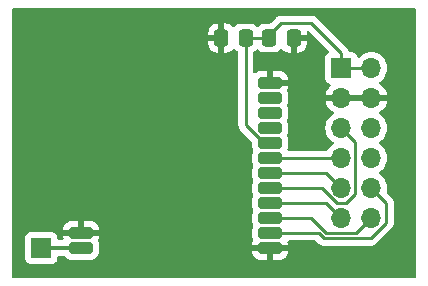
<source format=gbr>
%TF.GenerationSoftware,KiCad,Pcbnew,7.0.1*%
%TF.CreationDate,2023-03-26T17:18:11+02:00*%
%TF.ProjectId,AS4432_ANT_PMOD,41533434-3332-45f4-914e-545f504d4f44,rev?*%
%TF.SameCoordinates,Original*%
%TF.FileFunction,Copper,L1,Top*%
%TF.FilePolarity,Positive*%
%FSLAX46Y46*%
G04 Gerber Fmt 4.6, Leading zero omitted, Abs format (unit mm)*
G04 Created by KiCad (PCBNEW 7.0.1) date 2023-03-26 17:18:11*
%MOMM*%
%LPD*%
G01*
G04 APERTURE LIST*
G04 Aperture macros list*
%AMRoundRect*
0 Rectangle with rounded corners*
0 $1 Rounding radius*
0 $2 $3 $4 $5 $6 $7 $8 $9 X,Y pos of 4 corners*
0 Add a 4 corners polygon primitive as box body*
4,1,4,$2,$3,$4,$5,$6,$7,$8,$9,$2,$3,0*
0 Add four circle primitives for the rounded corners*
1,1,$1+$1,$2,$3*
1,1,$1+$1,$4,$5*
1,1,$1+$1,$6,$7*
1,1,$1+$1,$8,$9*
0 Add four rect primitives between the rounded corners*
20,1,$1+$1,$2,$3,$4,$5,0*
20,1,$1+$1,$4,$5,$6,$7,0*
20,1,$1+$1,$6,$7,$8,$9,0*
20,1,$1+$1,$8,$9,$2,$3,0*%
G04 Aperture macros list end*
%TA.AperFunction,ComponentPad*%
%ADD10R,1.700000X1.700000*%
%TD*%
%TA.AperFunction,ComponentPad*%
%ADD11O,1.700000X1.700000*%
%TD*%
%TA.AperFunction,SMDPad,CuDef*%
%ADD12RoundRect,0.250000X0.750000X0.250000X-0.750000X0.250000X-0.750000X-0.250000X0.750000X-0.250000X0*%
%TD*%
%TA.AperFunction,SMDPad,CuDef*%
%ADD13RoundRect,0.250000X0.337500X0.475000X-0.337500X0.475000X-0.337500X-0.475000X0.337500X-0.475000X0*%
%TD*%
%TA.AperFunction,SMDPad,CuDef*%
%ADD14RoundRect,0.250000X-0.337500X-0.475000X0.337500X-0.475000X0.337500X0.475000X-0.337500X0.475000X0*%
%TD*%
%TA.AperFunction,Conductor*%
%ADD15C,0.250000*%
%TD*%
%TA.AperFunction,Conductor*%
%ADD16C,0.350000*%
%TD*%
G04 APERTURE END LIST*
D10*
%TO.P,J1,1,Pin_1*%
%TO.N,VCC*%
X149860000Y-43180000D03*
D11*
%TO.P,J1,2,Pin_2*%
X152400000Y-43180000D03*
%TO.P,J1,3,Pin_3*%
%TO.N,GND*%
X149860000Y-45720000D03*
%TO.P,J1,4,Pin_4*%
X152400000Y-45720000D03*
%TO.P,J1,5,Pin_5*%
%TO.N,SCK*%
X149860000Y-48260000D03*
%TO.P,J1,6,Pin_6*%
%TO.N,unconnected-(J1-Pin_6-Pad6)*%
X152400000Y-48260000D03*
%TO.P,J1,7,Pin_7*%
%TO.N,MISO*%
X149860000Y-50800000D03*
%TO.P,J1,8,Pin_8*%
%TO.N,unconnected-(J1-Pin_8-Pad8)*%
X152400000Y-50800000D03*
%TO.P,J1,9,Pin_9*%
%TO.N,MOSI*%
X149860000Y-53340000D03*
%TO.P,J1,10,Pin_10*%
%TO.N,nRESET*%
X152400000Y-53340000D03*
%TO.P,J1,11,Pin_11*%
%TO.N,nCS*%
X149860000Y-55880000D03*
%TO.P,J1,12,Pin_12*%
%TO.N,IRQ*%
X152400000Y-55880000D03*
%TD*%
D12*
%TO.P,U1,1,GND*%
%TO.N,GND*%
X143826500Y-44450000D03*
%TO.P,U1,2,DIO0*%
%TO.N,unconnected-(U1-DIO0-Pad2)*%
X143826500Y-45720000D03*
%TO.P,U1,3,DIO1*%
%TO.N,unconnected-(U1-DIO1-Pad3)*%
X143826500Y-46990000D03*
%TO.P,U1,4,DIO2*%
%TO.N,unconnected-(U1-DIO2-Pad4)*%
X143826500Y-48260000D03*
%TO.P,U1,5,3.3V*%
%TO.N,VCC*%
X143826500Y-49530000D03*
%TO.P,U1,6,MISO*%
%TO.N,MISO*%
X143826500Y-50800000D03*
%TO.P,U1,7,MOSI*%
%TO.N,MOSI*%
X143826500Y-52070000D03*
%TO.P,U1,8,SCK*%
%TO.N,SCK*%
X143826500Y-53340000D03*
%TO.P,U1,9,NSS*%
%TO.N,nCS*%
X143826500Y-54610000D03*
%TO.P,U1,10,IRQ*%
%TO.N,IRQ*%
X143826500Y-55880000D03*
%TO.P,U1,11,SDN*%
%TO.N,nRESET*%
X143826500Y-57150000D03*
%TO.P,U1,12,GND*%
%TO.N,GND*%
X143826500Y-58420000D03*
%TO.P,U1,13,ANT*%
%TO.N,Net-(J2-Pin_1)*%
X127826500Y-58420000D03*
%TO.P,U1,14,GND*%
%TO.N,GND*%
X127826500Y-57150000D03*
%TD*%
D13*
%TO.P,C1,1*%
%TO.N,VCC*%
X141775000Y-40640000D03*
%TO.P,C1,2*%
%TO.N,GND*%
X139700000Y-40640000D03*
%TD*%
D14*
%TO.P,C2,1*%
%TO.N,VCC*%
X143742500Y-40640000D03*
%TO.P,C2,2*%
%TO.N,GND*%
X145817500Y-40640000D03*
%TD*%
D10*
%TO.P,J2,1,Pin_1*%
%TO.N,Net-(J2-Pin_1)*%
X124460000Y-58420000D03*
%TD*%
D15*
%TO.N,nRESET*%
X143826500Y-57150000D02*
X147953604Y-57150000D01*
X152341701Y-57600000D02*
X153230850Y-56710850D01*
X152791701Y-57150000D02*
X153670000Y-56271701D01*
X153670000Y-54610000D02*
X152400000Y-53340000D01*
X153670000Y-56271701D02*
X153670000Y-54610000D01*
X147953604Y-57150000D02*
X148403604Y-57600000D01*
X148403604Y-57600000D02*
X152341701Y-57600000D01*
%TO.N,nCS*%
X148590000Y-54610000D02*
X143826500Y-54610000D01*
X149860000Y-55880000D02*
X148590000Y-54610000D01*
%TO.N,SCK*%
X149468299Y-54610000D02*
X150251701Y-54610000D01*
X150251701Y-54610000D02*
X151035000Y-53826701D01*
X151035000Y-53826701D02*
X151035000Y-49435000D01*
X143826500Y-53340000D02*
X148198299Y-53340000D01*
X151035000Y-49435000D02*
X149860000Y-48260000D01*
X148198299Y-53340000D02*
X149468299Y-54610000D01*
%TO.N,MOSI*%
X143826500Y-52070000D02*
X148590000Y-52070000D01*
X148590000Y-52070000D02*
X149860000Y-53340000D01*
%TO.N,MISO*%
X143826500Y-50800000D02*
X149860000Y-50800000D01*
%TO.N,VCC*%
X143283327Y-49530000D02*
X141775000Y-48021673D01*
X143742500Y-40407500D02*
X144780000Y-39370000D01*
X141775000Y-40640000D02*
X143742500Y-40640000D01*
X141775000Y-48021673D02*
X141775000Y-40640000D01*
X147320000Y-39370000D02*
X149860000Y-41910000D01*
X149860000Y-43180000D02*
X152400000Y-43180000D01*
X144780000Y-39370000D02*
X147320000Y-39370000D01*
X143742500Y-40640000D02*
X143742500Y-40407500D01*
X143826500Y-49530000D02*
X143283327Y-49530000D01*
X149860000Y-41910000D02*
X149860000Y-43180000D01*
D16*
%TO.N,Net-(J2-Pin_1)*%
X127826500Y-58420000D02*
X124460000Y-58420000D01*
D15*
%TO.N,IRQ*%
X147320000Y-55880000D02*
X143826500Y-55880000D01*
X152400000Y-55880000D02*
X151130000Y-57150000D01*
X148590000Y-57150000D02*
X147320000Y-55880000D01*
X151130000Y-57150000D02*
X148590000Y-57150000D01*
%TD*%
%TA.AperFunction,Conductor*%
%TO.N,GND*%
G36*
X156121500Y-38142381D02*
G01*
X156167619Y-38188500D01*
X156184500Y-38251500D01*
X156184500Y-60808500D01*
X156167619Y-60871500D01*
X156121500Y-60917619D01*
X156058500Y-60934500D01*
X122071500Y-60934500D01*
X122008500Y-60917619D01*
X121962381Y-60871500D01*
X121945500Y-60808500D01*
X121945500Y-59317874D01*
X123109500Y-59317874D01*
X123115908Y-59377481D01*
X123166204Y-59512331D01*
X123252453Y-59627546D01*
X123338703Y-59692112D01*
X123367669Y-59713796D01*
X123502517Y-59764091D01*
X123562127Y-59770500D01*
X125357872Y-59770499D01*
X125357874Y-59770499D01*
X125387677Y-59767295D01*
X125417483Y-59764091D01*
X125552331Y-59713796D01*
X125667546Y-59627546D01*
X125753796Y-59512331D01*
X125804091Y-59377483D01*
X125810500Y-59317873D01*
X125810500Y-59221500D01*
X125827381Y-59158500D01*
X125873500Y-59112381D01*
X125936500Y-59095500D01*
X126388441Y-59095500D01*
X126436659Y-59105091D01*
X126477536Y-59132404D01*
X126483787Y-59138655D01*
X126483788Y-59138656D01*
X126607844Y-59262712D01*
X126757166Y-59354814D01*
X126757168Y-59354815D01*
X126923698Y-59409998D01*
X126923700Y-59409998D01*
X126923703Y-59409999D01*
X127026491Y-59420500D01*
X128626508Y-59420499D01*
X128729297Y-59409999D01*
X128895834Y-59354814D01*
X129045156Y-59262712D01*
X129169212Y-59138656D01*
X129261314Y-58989334D01*
X129316499Y-58822797D01*
X129327000Y-58720009D01*
X129327000Y-58674000D01*
X142318500Y-58674000D01*
X142318500Y-58720503D01*
X142329106Y-58824328D01*
X142384840Y-58992522D01*
X142477867Y-59143342D01*
X142603157Y-59268632D01*
X142753977Y-59361659D01*
X142922171Y-59417393D01*
X143025997Y-59428000D01*
X143572500Y-59428000D01*
X143572500Y-58674000D01*
X144080500Y-58674000D01*
X144080500Y-59428000D01*
X144627003Y-59428000D01*
X144730828Y-59417393D01*
X144899022Y-59361659D01*
X145049842Y-59268632D01*
X145175132Y-59143342D01*
X145268159Y-58992522D01*
X145323893Y-58824328D01*
X145334500Y-58720503D01*
X145334500Y-58674000D01*
X144080500Y-58674000D01*
X143572500Y-58674000D01*
X142318500Y-58674000D01*
X129327000Y-58674000D01*
X129326999Y-58119992D01*
X129316499Y-58017203D01*
X129315991Y-58015671D01*
X129256682Y-57836687D01*
X129259613Y-57835715D01*
X129247257Y-57792141D01*
X129266017Y-57725994D01*
X129268159Y-57722520D01*
X129323893Y-57554328D01*
X129334500Y-57450503D01*
X129334500Y-57404000D01*
X126318500Y-57404000D01*
X126318500Y-57450503D01*
X126329106Y-57554325D01*
X126337239Y-57578868D01*
X126342167Y-57637668D01*
X126319785Y-57692264D01*
X126275000Y-57730684D01*
X126217634Y-57744500D01*
X125936499Y-57744500D01*
X125873499Y-57727619D01*
X125827380Y-57681500D01*
X125810499Y-57618500D01*
X125810499Y-57522125D01*
X125804091Y-57462518D01*
X125788047Y-57419501D01*
X125753796Y-57327669D01*
X125732112Y-57298702D01*
X125667546Y-57212453D01*
X125552331Y-57126204D01*
X125417483Y-57075909D01*
X125357872Y-57069500D01*
X123562125Y-57069500D01*
X123502518Y-57075908D01*
X123367668Y-57126204D01*
X123252453Y-57212453D01*
X123166204Y-57327668D01*
X123115909Y-57462517D01*
X123109500Y-57522127D01*
X123109500Y-59317874D01*
X121945500Y-59317874D01*
X121945500Y-56896000D01*
X126318500Y-56896000D01*
X127572500Y-56896000D01*
X127572500Y-56142000D01*
X128080500Y-56142000D01*
X128080500Y-56896000D01*
X129334500Y-56896000D01*
X129334500Y-56849497D01*
X129323893Y-56745671D01*
X129268159Y-56577477D01*
X129175132Y-56426657D01*
X129049842Y-56301367D01*
X128899022Y-56208340D01*
X128730828Y-56152606D01*
X128627003Y-56142000D01*
X128080500Y-56142000D01*
X127572500Y-56142000D01*
X127025997Y-56142000D01*
X126922171Y-56152606D01*
X126753977Y-56208340D01*
X126603157Y-56301367D01*
X126477867Y-56426657D01*
X126384840Y-56577477D01*
X126329106Y-56745671D01*
X126318500Y-56849497D01*
X126318500Y-56896000D01*
X121945500Y-56896000D01*
X121945500Y-40894000D01*
X138604500Y-40894000D01*
X138604500Y-41165503D01*
X138615106Y-41269328D01*
X138670840Y-41437522D01*
X138763867Y-41588342D01*
X138889157Y-41713632D01*
X139039977Y-41806659D01*
X139208171Y-41862393D01*
X139311997Y-41873000D01*
X139446000Y-41873000D01*
X139954000Y-41873000D01*
X140088003Y-41873000D01*
X140191828Y-41862393D01*
X140360022Y-41806659D01*
X140510842Y-41713632D01*
X140646549Y-41577926D01*
X140647274Y-41578651D01*
X140680498Y-41546845D01*
X140741907Y-41530868D01*
X140803315Y-41546846D01*
X140832668Y-41574947D01*
X140834374Y-41573242D01*
X140844788Y-41583655D01*
X140844788Y-41583656D01*
X140968844Y-41707712D01*
X141089648Y-41782224D01*
X141133524Y-41828058D01*
X141149500Y-41889464D01*
X141149500Y-47938708D01*
X141147230Y-47959265D01*
X141149438Y-48029514D01*
X141149500Y-48033472D01*
X141149500Y-48061021D01*
X141149991Y-48064910D01*
X141150921Y-48076733D01*
X141152290Y-48120299D01*
X141157835Y-48139384D01*
X141161843Y-48158741D01*
X141164334Y-48178463D01*
X141180377Y-48218982D01*
X141184221Y-48230209D01*
X141196382Y-48272064D01*
X141206499Y-48289172D01*
X141215194Y-48306919D01*
X141222514Y-48325405D01*
X141248129Y-48360662D01*
X141254645Y-48370581D01*
X141276831Y-48408095D01*
X141290879Y-48422143D01*
X141303719Y-48437176D01*
X141315403Y-48453258D01*
X141348981Y-48481035D01*
X141357763Y-48489026D01*
X142289096Y-49420360D01*
X142316409Y-49461237D01*
X142326000Y-49509455D01*
X142326000Y-49830004D01*
X142336501Y-49932800D01*
X142396318Y-50113313D01*
X142395561Y-50113563D01*
X142410148Y-50164996D01*
X142395562Y-50216437D01*
X142396318Y-50216688D01*
X142336501Y-50397203D01*
X142326000Y-50499995D01*
X142326000Y-51100004D01*
X142336501Y-51202800D01*
X142396318Y-51383313D01*
X142395561Y-51383563D01*
X142410148Y-51434996D01*
X142395562Y-51486437D01*
X142396318Y-51486688D01*
X142336501Y-51667203D01*
X142326000Y-51769995D01*
X142326000Y-52370004D01*
X142336501Y-52472800D01*
X142396318Y-52653313D01*
X142395561Y-52653563D01*
X142410148Y-52704994D01*
X142395562Y-52756436D01*
X142396318Y-52756687D01*
X142336501Y-52937198D01*
X142326000Y-53039995D01*
X142326000Y-53640004D01*
X142336501Y-53742800D01*
X142396318Y-53923313D01*
X142395562Y-53923563D01*
X142410148Y-53975000D01*
X142395562Y-54026436D01*
X142396318Y-54026687D01*
X142336501Y-54207198D01*
X142334828Y-54223579D01*
X142326381Y-54306268D01*
X142326000Y-54309995D01*
X142326000Y-54910004D01*
X142336501Y-55012800D01*
X142396318Y-55193313D01*
X142395561Y-55193563D01*
X142410148Y-55244996D01*
X142395562Y-55296437D01*
X142396318Y-55296688D01*
X142391686Y-55310665D01*
X142391686Y-55310666D01*
X142359444Y-55407967D01*
X142336501Y-55477203D01*
X142326000Y-55579995D01*
X142326000Y-56180004D01*
X142336501Y-56282800D01*
X142396318Y-56463313D01*
X142395561Y-56463563D01*
X142410148Y-56514996D01*
X142395562Y-56566437D01*
X142396318Y-56566688D01*
X142391686Y-56580665D01*
X142391686Y-56580666D01*
X142336501Y-56747203D01*
X142326051Y-56849497D01*
X142326000Y-56849995D01*
X142326000Y-57450004D01*
X142336501Y-57552800D01*
X142396318Y-57733313D01*
X142393387Y-57734284D01*
X142405742Y-57777856D01*
X142386988Y-57843994D01*
X142384843Y-57847472D01*
X142329106Y-58015671D01*
X142318500Y-58119497D01*
X142318500Y-58166000D01*
X145334500Y-58166000D01*
X145334500Y-58119497D01*
X145323893Y-58015672D01*
X145299193Y-57941133D01*
X145294263Y-57882333D01*
X145316646Y-57827736D01*
X145361431Y-57789317D01*
X145418797Y-57775500D01*
X147642324Y-57775500D01*
X147690542Y-57785091D01*
X147731419Y-57812405D01*
X147902640Y-57983626D01*
X147915575Y-57999772D01*
X147966810Y-58047884D01*
X147969621Y-58050608D01*
X147989132Y-58070119D01*
X147989133Y-58070120D01*
X147992232Y-58072524D01*
X148001254Y-58080230D01*
X148033022Y-58110062D01*
X148050437Y-58119636D01*
X148066964Y-58130492D01*
X148082668Y-58142673D01*
X148122661Y-58159979D01*
X148133312Y-58165196D01*
X148171512Y-58186197D01*
X148190776Y-58191143D01*
X148209457Y-58197539D01*
X148227708Y-58205437D01*
X148270759Y-58212255D01*
X148282351Y-58214655D01*
X148324585Y-58225500D01*
X148344460Y-58225500D01*
X148364170Y-58227050D01*
X148383800Y-58230160D01*
X148427183Y-58226058D01*
X148439041Y-58225500D01*
X152258737Y-58225500D01*
X152279294Y-58227769D01*
X152282366Y-58227672D01*
X152282369Y-58227673D01*
X152349543Y-58225561D01*
X152353501Y-58225500D01*
X152381047Y-58225500D01*
X152381051Y-58225500D01*
X152384942Y-58225008D01*
X152396769Y-58224077D01*
X152440329Y-58222709D01*
X152459423Y-58217161D01*
X152478771Y-58213154D01*
X152498493Y-58210664D01*
X152539022Y-58194616D01*
X152550238Y-58190776D01*
X152592091Y-58178618D01*
X152609202Y-58168497D01*
X152626947Y-58159803D01*
X152645433Y-58152486D01*
X152680700Y-58126862D01*
X152690601Y-58120358D01*
X152728122Y-58098170D01*
X152742181Y-58084110D01*
X152757210Y-58071274D01*
X152773288Y-58059594D01*
X152801077Y-58026001D01*
X152809035Y-58017255D01*
X153640761Y-57185530D01*
X154053636Y-56772654D01*
X154069768Y-56759732D01*
X154071874Y-56757488D01*
X154071877Y-56757487D01*
X154117903Y-56708473D01*
X154120593Y-56705697D01*
X154140120Y-56686172D01*
X154142532Y-56683061D01*
X154150219Y-56674061D01*
X154180062Y-56642283D01*
X154189638Y-56624861D01*
X154200496Y-56608334D01*
X154212673Y-56592637D01*
X154229979Y-56552641D01*
X154235195Y-56541993D01*
X154256197Y-56503793D01*
X154261139Y-56484542D01*
X154267545Y-56465834D01*
X154275437Y-56447597D01*
X154278753Y-56426657D01*
X154282255Y-56404544D01*
X154284653Y-56392961D01*
X154295500Y-56350720D01*
X154295500Y-56330845D01*
X154297051Y-56311134D01*
X154300160Y-56291505D01*
X154296058Y-56248121D01*
X154295500Y-56236264D01*
X154295500Y-54692961D01*
X154297768Y-54672408D01*
X154297671Y-54669334D01*
X154297672Y-54669332D01*
X154295562Y-54602176D01*
X154295500Y-54598219D01*
X154295500Y-54570651D01*
X154295010Y-54566774D01*
X154294077Y-54554930D01*
X154292709Y-54511373D01*
X154287162Y-54492283D01*
X154283154Y-54472928D01*
X154280664Y-54453208D01*
X154264614Y-54412671D01*
X154260780Y-54401473D01*
X154248618Y-54359610D01*
X154246790Y-54356520D01*
X154238501Y-54342504D01*
X154229800Y-54324743D01*
X154224948Y-54312487D01*
X154222486Y-54306268D01*
X154196871Y-54271012D01*
X154190353Y-54261089D01*
X154168171Y-54223580D01*
X154168170Y-54223579D01*
X154154111Y-54209520D01*
X154141275Y-54194491D01*
X154129593Y-54178412D01*
X154096014Y-54150633D01*
X154087235Y-54142644D01*
X153741054Y-53796463D01*
X153708442Y-53739979D01*
X153708442Y-53674760D01*
X153735063Y-53575408D01*
X153755659Y-53340000D01*
X153735063Y-53104592D01*
X153673903Y-52876337D01*
X153574035Y-52662171D01*
X153438495Y-52468599D01*
X153438494Y-52468598D01*
X153438492Y-52468595D01*
X153271404Y-52301507D01*
X153088181Y-52173213D01*
X153048689Y-52128180D01*
X153034452Y-52070000D01*
X153048689Y-52011820D01*
X153088181Y-51966787D01*
X153139500Y-51930853D01*
X153271401Y-51838495D01*
X153438495Y-51671401D01*
X153574035Y-51477830D01*
X153673903Y-51263663D01*
X153735063Y-51035408D01*
X153755659Y-50800000D01*
X153735063Y-50564592D01*
X153673903Y-50336337D01*
X153574035Y-50122171D01*
X153438495Y-49928599D01*
X153438494Y-49928598D01*
X153438492Y-49928595D01*
X153271404Y-49761507D01*
X153088181Y-49633213D01*
X153048689Y-49588180D01*
X153034452Y-49530000D01*
X153048689Y-49471820D01*
X153088181Y-49426787D01*
X153271401Y-49298495D01*
X153438495Y-49131401D01*
X153574035Y-48937830D01*
X153673903Y-48723663D01*
X153735063Y-48495408D01*
X153755659Y-48260000D01*
X153735063Y-48024592D01*
X153673903Y-47796337D01*
X153574035Y-47582171D01*
X153438495Y-47388599D01*
X153438494Y-47388598D01*
X153438492Y-47388595D01*
X153271404Y-47221507D01*
X153092882Y-47096504D01*
X153051765Y-47048239D01*
X153039361Y-46986060D01*
X153058809Y-46925712D01*
X153105185Y-46882477D01*
X153145298Y-46860769D01*
X153322903Y-46722533D01*
X153475321Y-46556962D01*
X153598419Y-46368548D01*
X153688822Y-46162451D01*
X153736544Y-45974000D01*
X148523455Y-45974000D01*
X148571177Y-46162451D01*
X148661580Y-46368548D01*
X148784678Y-46556962D01*
X148937096Y-46722533D01*
X149114701Y-46860769D01*
X149154815Y-46882477D01*
X149201191Y-46925712D01*
X149220639Y-46986060D01*
X149208235Y-47048239D01*
X149167118Y-47096504D01*
X148988595Y-47221507D01*
X148821507Y-47388595D01*
X148685965Y-47582170D01*
X148586096Y-47796337D01*
X148524937Y-48024590D01*
X148507930Y-48218982D01*
X148504341Y-48260000D01*
X148506893Y-48289172D01*
X148524937Y-48495409D01*
X148586096Y-48723663D01*
X148685965Y-48937830D01*
X148821507Y-49131404D01*
X148988595Y-49298492D01*
X148988598Y-49298494D01*
X148988599Y-49298495D01*
X149171819Y-49426787D01*
X149211311Y-49471820D01*
X149225548Y-49530000D01*
X149211311Y-49588180D01*
X149171819Y-49633213D01*
X148988595Y-49761507D01*
X148821507Y-49928595D01*
X148686945Y-50120771D01*
X148641912Y-50160263D01*
X148583732Y-50174500D01*
X145410896Y-50174500D01*
X145353530Y-50160683D01*
X145308745Y-50122264D01*
X145286362Y-50067667D01*
X145291292Y-50008867D01*
X145316498Y-49932800D01*
X145316497Y-49932800D01*
X145316499Y-49932797D01*
X145327000Y-49830009D01*
X145326999Y-49229992D01*
X145316499Y-49127203D01*
X145261314Y-48960666D01*
X145256682Y-48946687D01*
X145257438Y-48946436D01*
X145242851Y-48894998D01*
X145257439Y-48843564D01*
X145256682Y-48843314D01*
X145316498Y-48662801D01*
X145316498Y-48662799D01*
X145316499Y-48662797D01*
X145327000Y-48560009D01*
X145326999Y-47959992D01*
X145316499Y-47857203D01*
X145293556Y-47787967D01*
X145256682Y-47676687D01*
X145257438Y-47676436D01*
X145242851Y-47624994D01*
X145257438Y-47573563D01*
X145256682Y-47573313D01*
X145316498Y-47392801D01*
X145316498Y-47392799D01*
X145316499Y-47392797D01*
X145327000Y-47290009D01*
X145326999Y-46689992D01*
X145316499Y-46587203D01*
X145306477Y-46556960D01*
X145256682Y-46406687D01*
X145257438Y-46406436D01*
X145242851Y-46355000D01*
X145257438Y-46303563D01*
X145256682Y-46303313D01*
X145316498Y-46122801D01*
X145316498Y-46122799D01*
X145316499Y-46122797D01*
X145327000Y-46020009D01*
X145326999Y-45419992D01*
X145316499Y-45317203D01*
X145261314Y-45150666D01*
X145256682Y-45136687D01*
X145259613Y-45135715D01*
X145247257Y-45092141D01*
X145266017Y-45025994D01*
X145268159Y-45022520D01*
X145323893Y-44854328D01*
X145334500Y-44750503D01*
X145334500Y-44704000D01*
X143698500Y-44704000D01*
X143635500Y-44687119D01*
X143589381Y-44641000D01*
X143572500Y-44578000D01*
X143572500Y-43442000D01*
X144080500Y-43442000D01*
X144080500Y-44196000D01*
X145334500Y-44196000D01*
X145334500Y-44149497D01*
X145323893Y-44045671D01*
X145268159Y-43877477D01*
X145175132Y-43726657D01*
X145049842Y-43601367D01*
X144899022Y-43508340D01*
X144730828Y-43452606D01*
X144627003Y-43442000D01*
X144080500Y-43442000D01*
X143572500Y-43442000D01*
X143025997Y-43442000D01*
X142922171Y-43452606D01*
X142753975Y-43508341D01*
X142592646Y-43607850D01*
X142529248Y-43626579D01*
X142465093Y-43610633D01*
X142417842Y-43564401D01*
X142400500Y-43500609D01*
X142400500Y-41889464D01*
X142416476Y-41828058D01*
X142460351Y-41782224D01*
X142581156Y-41707712D01*
X142669655Y-41619213D01*
X142726139Y-41586601D01*
X142791361Y-41586601D01*
X142847845Y-41619213D01*
X142936344Y-41707712D01*
X143072445Y-41791659D01*
X143085668Y-41799815D01*
X143252198Y-41854998D01*
X143252200Y-41854998D01*
X143252203Y-41854999D01*
X143354991Y-41865500D01*
X144130008Y-41865499D01*
X144232797Y-41854999D01*
X144399334Y-41799814D01*
X144548656Y-41707712D01*
X144672712Y-41583656D01*
X144672712Y-41583655D01*
X144683126Y-41573242D01*
X144684832Y-41574948D01*
X144714171Y-41546853D01*
X144775579Y-41530868D01*
X144836991Y-41546840D01*
X144870225Y-41578651D01*
X144870951Y-41577926D01*
X145006657Y-41713632D01*
X145157477Y-41806659D01*
X145325671Y-41862393D01*
X145429497Y-41873000D01*
X145563500Y-41873000D01*
X145563500Y-40894000D01*
X146071500Y-40894000D01*
X146071500Y-41873000D01*
X146205503Y-41873000D01*
X146309328Y-41862393D01*
X146477522Y-41806659D01*
X146628342Y-41713632D01*
X146753632Y-41588342D01*
X146846659Y-41437522D01*
X146902393Y-41269328D01*
X146913000Y-41165503D01*
X146913000Y-40894000D01*
X146071500Y-40894000D01*
X145563500Y-40894000D01*
X145563500Y-40512000D01*
X145580381Y-40449000D01*
X145626500Y-40402881D01*
X145689500Y-40386000D01*
X146913000Y-40386000D01*
X146913000Y-40151780D01*
X146926733Y-40094577D01*
X146964939Y-40049844D01*
X147019289Y-40027331D01*
X147077936Y-40031947D01*
X147128095Y-40062685D01*
X148770042Y-41704633D01*
X148804067Y-41766944D01*
X148799003Y-41837760D01*
X148756457Y-41894595D01*
X148652454Y-41972452D01*
X148566204Y-42087668D01*
X148515909Y-42222517D01*
X148509500Y-42282127D01*
X148509500Y-44077874D01*
X148515908Y-44137481D01*
X148566204Y-44272331D01*
X148652453Y-44387546D01*
X148738702Y-44452112D01*
X148767669Y-44473796D01*
X148885164Y-44517618D01*
X148935497Y-44552181D01*
X148963671Y-44606351D01*
X148963070Y-44667407D01*
X148933833Y-44721011D01*
X148784676Y-44883040D01*
X148661580Y-45071451D01*
X148571177Y-45277548D01*
X148523455Y-45465999D01*
X148523456Y-45466000D01*
X153736544Y-45466000D01*
X153736544Y-45465999D01*
X153688822Y-45277548D01*
X153598419Y-45071451D01*
X153475321Y-44883037D01*
X153322903Y-44717466D01*
X153145302Y-44579233D01*
X153105183Y-44557522D01*
X153058808Y-44514285D01*
X153039361Y-44453938D01*
X153051766Y-44391759D01*
X153092881Y-44343496D01*
X153271401Y-44218495D01*
X153438495Y-44051401D01*
X153574035Y-43857830D01*
X153673903Y-43643663D01*
X153735063Y-43415408D01*
X153755659Y-43180000D01*
X153735063Y-42944592D01*
X153673903Y-42716337D01*
X153574035Y-42502171D01*
X153438495Y-42308599D01*
X153438494Y-42308598D01*
X153438492Y-42308595D01*
X153271404Y-42141507D01*
X153077830Y-42005965D01*
X152863663Y-41906096D01*
X152635409Y-41844937D01*
X152458966Y-41829500D01*
X152400000Y-41824341D01*
X152399999Y-41824341D01*
X152164590Y-41844937D01*
X151936337Y-41906096D01*
X151722170Y-42005965D01*
X151528598Y-42141505D01*
X151408873Y-42261230D01*
X151355276Y-42293030D01*
X151292994Y-42295254D01*
X151237265Y-42267358D01*
X151201722Y-42216166D01*
X151173876Y-42141507D01*
X151153796Y-42087669D01*
X151132112Y-42058703D01*
X151067546Y-41972453D01*
X150952331Y-41886204D01*
X150916929Y-41873000D01*
X150817483Y-41835909D01*
X150757873Y-41829500D01*
X150757872Y-41829500D01*
X150586500Y-41829500D01*
X150537674Y-41819655D01*
X150496477Y-41791659D01*
X150469349Y-41749886D01*
X150462320Y-41732135D01*
X150454617Y-41712678D01*
X150450773Y-41701451D01*
X150438617Y-41659611D01*
X150438617Y-41659610D01*
X150428498Y-41642499D01*
X150419804Y-41624753D01*
X150412486Y-41606268D01*
X150412485Y-41606265D01*
X150386873Y-41571014D01*
X150380356Y-41561092D01*
X150358172Y-41523582D01*
X150358171Y-41523581D01*
X150358170Y-41523579D01*
X150344111Y-41509520D01*
X150331275Y-41494491D01*
X150319593Y-41478412D01*
X150286014Y-41450633D01*
X150277235Y-41442644D01*
X147820960Y-38986369D01*
X147808029Y-38970229D01*
X147756775Y-38922097D01*
X147753934Y-38919343D01*
X147734471Y-38899880D01*
X147731371Y-38897475D01*
X147722353Y-38889773D01*
X147718217Y-38885889D01*
X147690582Y-38859938D01*
X147687788Y-38858402D01*
X147673157Y-38850358D01*
X147656633Y-38839503D01*
X147640934Y-38827325D01*
X147600931Y-38810014D01*
X147590285Y-38804799D01*
X147552092Y-38783803D01*
X147552089Y-38783802D01*
X147532846Y-38778861D01*
X147514144Y-38772458D01*
X147495896Y-38764561D01*
X147452855Y-38757744D01*
X147441236Y-38755338D01*
X147399021Y-38744500D01*
X147399019Y-38744500D01*
X147379144Y-38744500D01*
X147359435Y-38742949D01*
X147339804Y-38739840D01*
X147339803Y-38739840D01*
X147296421Y-38743941D01*
X147284563Y-38744500D01*
X144862965Y-38744500D01*
X144842406Y-38742230D01*
X144772145Y-38744438D01*
X144768188Y-38744500D01*
X144740647Y-38744500D01*
X144736756Y-38744991D01*
X144724942Y-38745920D01*
X144681372Y-38747289D01*
X144662277Y-38752837D01*
X144642922Y-38756845D01*
X144623210Y-38759335D01*
X144613083Y-38763344D01*
X144582676Y-38775382D01*
X144571461Y-38779222D01*
X144529609Y-38791381D01*
X144512495Y-38801502D01*
X144494753Y-38810194D01*
X144476267Y-38817514D01*
X144441014Y-38843126D01*
X144431099Y-38849639D01*
X144393580Y-38871829D01*
X144379519Y-38885889D01*
X144364494Y-38898721D01*
X144348412Y-38910405D01*
X144320630Y-38943988D01*
X144312642Y-38952766D01*
X143887813Y-39377595D01*
X143846936Y-39404909D01*
X143798718Y-39414500D01*
X143354995Y-39414500D01*
X143252199Y-39425001D01*
X143085668Y-39480184D01*
X142986118Y-39541587D01*
X142936344Y-39572288D01*
X142936343Y-39572289D01*
X142847845Y-39660787D01*
X142791361Y-39693398D01*
X142726139Y-39693398D01*
X142669655Y-39660787D01*
X142581156Y-39572288D01*
X142431834Y-39480186D01*
X142431831Y-39480184D01*
X142265301Y-39425001D01*
X142219613Y-39420333D01*
X142162509Y-39414500D01*
X142162504Y-39414500D01*
X141387495Y-39414500D01*
X141284699Y-39425001D01*
X141118168Y-39480184D01*
X140968841Y-39572290D01*
X140834374Y-39706758D01*
X140832668Y-39705052D01*
X140803309Y-39733157D01*
X140741904Y-39749131D01*
X140680500Y-39733155D01*
X140647274Y-39701348D01*
X140646549Y-39702074D01*
X140510842Y-39566367D01*
X140360022Y-39473340D01*
X140191828Y-39417606D01*
X140088003Y-39407000D01*
X139954000Y-39407000D01*
X139954000Y-41873000D01*
X139446000Y-41873000D01*
X139446000Y-40894000D01*
X138604500Y-40894000D01*
X121945500Y-40894000D01*
X121945500Y-40386000D01*
X138604500Y-40386000D01*
X139446000Y-40386000D01*
X139446000Y-39407000D01*
X139311997Y-39407000D01*
X139208171Y-39417606D01*
X139039977Y-39473340D01*
X138889157Y-39566367D01*
X138763867Y-39691657D01*
X138670840Y-39842477D01*
X138615106Y-40010671D01*
X138604500Y-40114497D01*
X138604500Y-40386000D01*
X121945500Y-40386000D01*
X121945500Y-38251500D01*
X121962381Y-38188500D01*
X122008500Y-38142381D01*
X122071500Y-38125500D01*
X156058500Y-38125500D01*
X156121500Y-38142381D01*
G37*
%TD.AperFunction*%
%TD*%
M02*

</source>
